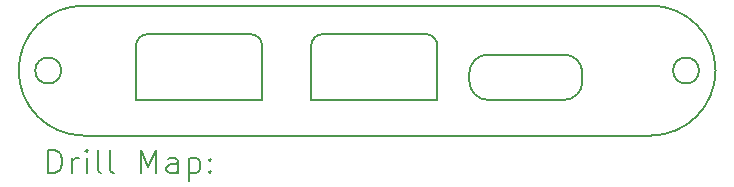
<source format=gbr>
%TF.GenerationSoftware,KiCad,Pcbnew,8.0.3*%
%TF.CreationDate,2024-06-23T16:23:58-07:00*%
%TF.ProjectId,backplate,6261636b-706c-4617-9465-2e6b69636164,rev?*%
%TF.SameCoordinates,Original*%
%TF.FileFunction,Drillmap*%
%TF.FilePolarity,Positive*%
%FSLAX45Y45*%
G04 Gerber Fmt 4.5, Leading zero omitted, Abs format (unit mm)*
G04 Created by KiCad (PCBNEW 8.0.3) date 2024-06-23 16:23:58*
%MOMM*%
%LPD*%
G01*
G04 APERTURE LIST*
%ADD10C,0.200000*%
G04 APERTURE END LIST*
D10*
X16317911Y-9689590D02*
X16317911Y-9689591D01*
X15674342Y-9689591D02*
X15674342Y-9689590D01*
X15674342Y-10073079D02*
X15674342Y-10073080D01*
X16317911Y-10073079D02*
X16317911Y-10073080D01*
X16317911Y-9689591D02*
G75*
G02*
X16472790Y-9844470I0J-154879D01*
G01*
X16472790Y-9918200D02*
X16472790Y-9844470D01*
X16472790Y-9918200D02*
G75*
G02*
X16317911Y-10073079I-154879J0D01*
G01*
X15674342Y-10073080D02*
X16317911Y-10073080D01*
X15674342Y-10073079D02*
G75*
G02*
X15514553Y-9913290I0J159789D01*
G01*
X15514553Y-9849380D02*
X15514553Y-9913290D01*
X15514553Y-9849380D02*
G75*
G02*
X15674342Y-9689591I159789J0D01*
G01*
X16317911Y-9689590D02*
X15674342Y-9689590D01*
X13661770Y-9516470D02*
G75*
G02*
X13761770Y-9616470I0J-100000D01*
G01*
X13761770Y-10073080D02*
X13761770Y-9616470D01*
X12692700Y-10073080D02*
X13761770Y-10073080D01*
X12692700Y-9616470D02*
X12692700Y-10073080D01*
X12692700Y-9616470D02*
G75*
G02*
X12792700Y-9516470I100000J0D01*
G01*
X13661770Y-9516470D02*
X12792700Y-9516470D01*
X15145520Y-9516470D02*
G75*
G02*
X15245520Y-9616470I0J-100000D01*
G01*
X15245520Y-10073080D02*
X15245520Y-9616470D01*
X14176460Y-10073080D02*
X15245520Y-10073080D01*
X14176460Y-9616470D02*
X14176460Y-10073080D01*
X14176460Y-9616470D02*
G75*
G02*
X14276460Y-9516470I100000J0D01*
G01*
X15145520Y-9516470D02*
X14276460Y-9516470D01*
X12060000Y-9825000D02*
G75*
G02*
X11840000Y-9825000I-110000J0D01*
G01*
X11840000Y-9825000D02*
G75*
G02*
X12060000Y-9825000I110000J0D01*
G01*
X17460000Y-9825000D02*
G75*
G02*
X17240000Y-9825000I-110000J0D01*
G01*
X17240000Y-9825000D02*
G75*
G02*
X17460000Y-9825000I110000J0D01*
G01*
X12250000Y-10375000D02*
X17049997Y-10375000D01*
X12250000Y-10375000D02*
G75*
G02*
X12250000Y-9275000I0J550000D01*
G01*
X17049997Y-9275000D02*
X12250000Y-9275000D01*
X17049997Y-9275000D02*
G75*
G02*
X17049997Y-10375000I0J-550000D01*
G01*
X11950777Y-10696484D02*
X11950777Y-10496484D01*
X11950777Y-10496484D02*
X11998396Y-10496484D01*
X11998396Y-10496484D02*
X12026967Y-10506008D01*
X12026967Y-10506008D02*
X12046015Y-10525055D01*
X12046015Y-10525055D02*
X12055539Y-10544103D01*
X12055539Y-10544103D02*
X12065062Y-10582198D01*
X12065062Y-10582198D02*
X12065062Y-10610770D01*
X12065062Y-10610770D02*
X12055539Y-10648865D01*
X12055539Y-10648865D02*
X12046015Y-10667912D01*
X12046015Y-10667912D02*
X12026967Y-10686960D01*
X12026967Y-10686960D02*
X11998396Y-10696484D01*
X11998396Y-10696484D02*
X11950777Y-10696484D01*
X12150777Y-10696484D02*
X12150777Y-10563150D01*
X12150777Y-10601246D02*
X12160301Y-10582198D01*
X12160301Y-10582198D02*
X12169824Y-10572674D01*
X12169824Y-10572674D02*
X12188872Y-10563150D01*
X12188872Y-10563150D02*
X12207920Y-10563150D01*
X12274586Y-10696484D02*
X12274586Y-10563150D01*
X12274586Y-10496484D02*
X12265062Y-10506008D01*
X12265062Y-10506008D02*
X12274586Y-10515531D01*
X12274586Y-10515531D02*
X12284110Y-10506008D01*
X12284110Y-10506008D02*
X12274586Y-10496484D01*
X12274586Y-10496484D02*
X12274586Y-10515531D01*
X12398396Y-10696484D02*
X12379348Y-10686960D01*
X12379348Y-10686960D02*
X12369824Y-10667912D01*
X12369824Y-10667912D02*
X12369824Y-10496484D01*
X12503158Y-10696484D02*
X12484110Y-10686960D01*
X12484110Y-10686960D02*
X12474586Y-10667912D01*
X12474586Y-10667912D02*
X12474586Y-10496484D01*
X12731729Y-10696484D02*
X12731729Y-10496484D01*
X12731729Y-10496484D02*
X12798396Y-10639341D01*
X12798396Y-10639341D02*
X12865062Y-10496484D01*
X12865062Y-10496484D02*
X12865062Y-10696484D01*
X13046015Y-10696484D02*
X13046015Y-10591722D01*
X13046015Y-10591722D02*
X13036491Y-10572674D01*
X13036491Y-10572674D02*
X13017443Y-10563150D01*
X13017443Y-10563150D02*
X12979348Y-10563150D01*
X12979348Y-10563150D02*
X12960301Y-10572674D01*
X13046015Y-10686960D02*
X13026967Y-10696484D01*
X13026967Y-10696484D02*
X12979348Y-10696484D01*
X12979348Y-10696484D02*
X12960301Y-10686960D01*
X12960301Y-10686960D02*
X12950777Y-10667912D01*
X12950777Y-10667912D02*
X12950777Y-10648865D01*
X12950777Y-10648865D02*
X12960301Y-10629817D01*
X12960301Y-10629817D02*
X12979348Y-10620293D01*
X12979348Y-10620293D02*
X13026967Y-10620293D01*
X13026967Y-10620293D02*
X13046015Y-10610770D01*
X13141253Y-10563150D02*
X13141253Y-10763150D01*
X13141253Y-10572674D02*
X13160301Y-10563150D01*
X13160301Y-10563150D02*
X13198396Y-10563150D01*
X13198396Y-10563150D02*
X13217443Y-10572674D01*
X13217443Y-10572674D02*
X13226967Y-10582198D01*
X13226967Y-10582198D02*
X13236491Y-10601246D01*
X13236491Y-10601246D02*
X13236491Y-10658389D01*
X13236491Y-10658389D02*
X13226967Y-10677436D01*
X13226967Y-10677436D02*
X13217443Y-10686960D01*
X13217443Y-10686960D02*
X13198396Y-10696484D01*
X13198396Y-10696484D02*
X13160301Y-10696484D01*
X13160301Y-10696484D02*
X13141253Y-10686960D01*
X13322205Y-10677436D02*
X13331729Y-10686960D01*
X13331729Y-10686960D02*
X13322205Y-10696484D01*
X13322205Y-10696484D02*
X13312682Y-10686960D01*
X13312682Y-10686960D02*
X13322205Y-10677436D01*
X13322205Y-10677436D02*
X13322205Y-10696484D01*
X13322205Y-10572674D02*
X13331729Y-10582198D01*
X13331729Y-10582198D02*
X13322205Y-10591722D01*
X13322205Y-10591722D02*
X13312682Y-10582198D01*
X13312682Y-10582198D02*
X13322205Y-10572674D01*
X13322205Y-10572674D02*
X13322205Y-10591722D01*
M02*

</source>
